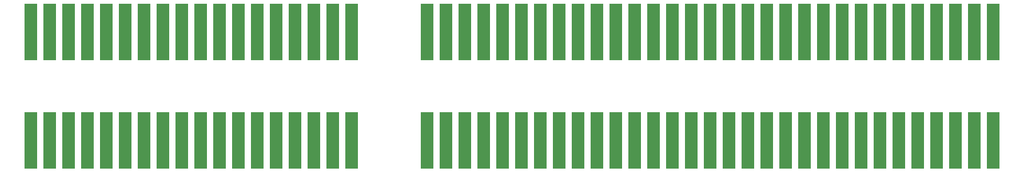
<source format=gbr>
%TF.GenerationSoftware,KiCad,Pcbnew,(5.1.8)-1*%
%TF.CreationDate,2021-01-23T22:08:16+01:00*%
%TF.ProjectId,ISA_INTERCONNECT,4953415f-494e-4544-9552-434f4e4e4543,rev?*%
%TF.SameCoordinates,Original*%
%TF.FileFunction,Soldermask,Bot*%
%TF.FilePolarity,Negative*%
%FSLAX46Y46*%
G04 Gerber Fmt 4.6, Leading zero omitted, Abs format (unit mm)*
G04 Created by KiCad (PCBNEW (5.1.8)-1) date 2021-01-23 22:08:16*
%MOMM*%
%LPD*%
G01*
G04 APERTURE LIST*
%ADD10R,1.780000X7.620000*%
G04 APERTURE END LIST*
D10*
%TO.C,J2*%
X193740000Y-91520000D03*
X191200000Y-91520000D03*
X188660000Y-91520000D03*
X186120000Y-91520000D03*
X183580000Y-91520000D03*
X181040000Y-91520000D03*
X178500000Y-91520000D03*
X175960000Y-91520000D03*
X173420000Y-91520000D03*
X170880000Y-91520000D03*
X168340000Y-91520000D03*
X165800000Y-91520000D03*
X163260000Y-91520000D03*
X160720000Y-91520000D03*
X158180000Y-91520000D03*
X155640000Y-91520000D03*
X153100000Y-91520000D03*
X150560000Y-91520000D03*
X148020000Y-91520000D03*
X145480000Y-91520000D03*
X142940000Y-91520000D03*
X140400000Y-91520000D03*
X137860000Y-91520000D03*
X135320000Y-91520000D03*
X132780000Y-91520000D03*
X130240000Y-91520000D03*
X127700000Y-91520000D03*
X125160000Y-91520000D03*
X122620000Y-91520000D03*
X120080000Y-91520000D03*
X117540000Y-91520000D03*
X107380000Y-91520000D03*
X104840000Y-91520000D03*
X102300000Y-91520000D03*
X99760000Y-91520000D03*
X97220000Y-91520000D03*
X94680000Y-91520000D03*
X92140000Y-91520000D03*
X89600000Y-91520000D03*
X87060000Y-91520000D03*
X84520000Y-91520000D03*
X81980000Y-91520000D03*
X79440000Y-91520000D03*
X76900000Y-91520000D03*
X74360000Y-91520000D03*
X71820000Y-91520000D03*
X69280000Y-91520000D03*
X66740000Y-91520000D03*
X64200000Y-91520000D03*
%TD*%
%TO.C,J1*%
X193740000Y-76830000D03*
X191200000Y-76830000D03*
X188660000Y-76830000D03*
X186120000Y-76830000D03*
X183580000Y-76830000D03*
X181040000Y-76830000D03*
X178500000Y-76830000D03*
X175960000Y-76830000D03*
X173420000Y-76830000D03*
X170880000Y-76830000D03*
X168340000Y-76830000D03*
X165800000Y-76830000D03*
X163260000Y-76830000D03*
X160720000Y-76830000D03*
X158180000Y-76830000D03*
X155640000Y-76830000D03*
X153100000Y-76830000D03*
X150560000Y-76830000D03*
X148020000Y-76830000D03*
X145480000Y-76830000D03*
X142940000Y-76830000D03*
X140400000Y-76830000D03*
X137860000Y-76830000D03*
X135320000Y-76830000D03*
X132780000Y-76830000D03*
X130240000Y-76830000D03*
X127700000Y-76830000D03*
X125160000Y-76830000D03*
X122620000Y-76830000D03*
X120080000Y-76830000D03*
X117540000Y-76830000D03*
X107380000Y-76830000D03*
X104840000Y-76830000D03*
X102300000Y-76830000D03*
X99760000Y-76830000D03*
X97220000Y-76830000D03*
X94680000Y-76830000D03*
X92140000Y-76830000D03*
X89600000Y-76830000D03*
X87060000Y-76830000D03*
X84520000Y-76830000D03*
X81980000Y-76830000D03*
X79440000Y-76830000D03*
X76900000Y-76830000D03*
X74360000Y-76830000D03*
X71820000Y-76830000D03*
X69280000Y-76830000D03*
X66740000Y-76830000D03*
X64200000Y-76830000D03*
%TD*%
M02*

</source>
